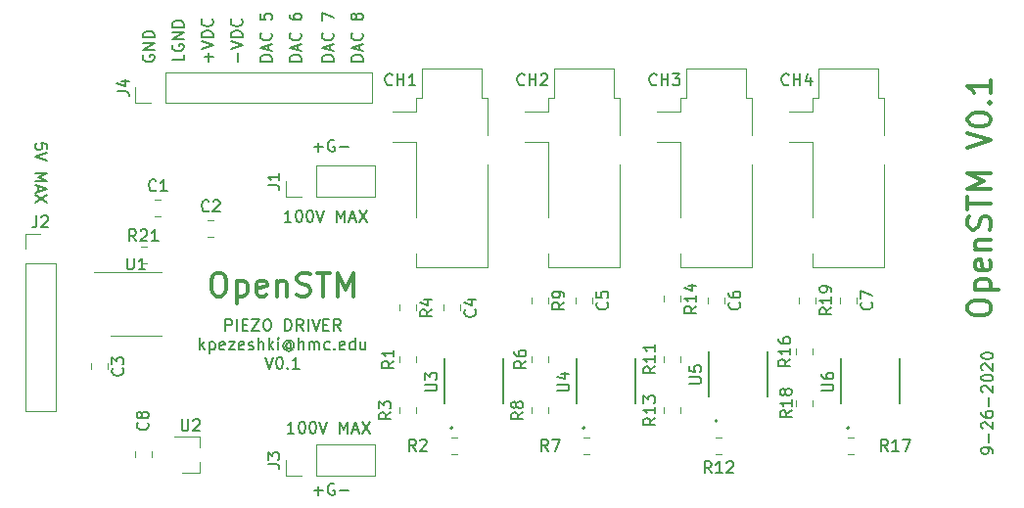
<source format=gbr>
%TF.GenerationSoftware,KiCad,Pcbnew,(5.1.6)-1*%
%TF.CreationDate,2020-09-27T21:03:48-07:00*%
%TF.ProjectId,piezodriver,7069657a-6f64-4726-9976-65722e6b6963,rev?*%
%TF.SameCoordinates,Original*%
%TF.FileFunction,Legend,Top*%
%TF.FilePolarity,Positive*%
%FSLAX46Y46*%
G04 Gerber Fmt 4.6, Leading zero omitted, Abs format (unit mm)*
G04 Created by KiCad (PCBNEW (5.1.6)-1) date 2020-09-27 21:03:48*
%MOMM*%
%LPD*%
G01*
G04 APERTURE LIST*
%ADD10C,0.150000*%
%ADD11C,0.300000*%
%ADD12C,0.120000*%
%ADD13C,0.200000*%
%ADD14C,0.127000*%
G04 APERTURE END LIST*
D10*
X256357380Y-86200714D02*
X256357380Y-86010238D01*
X256309761Y-85915000D01*
X256262142Y-85867380D01*
X256119285Y-85772142D01*
X255928809Y-85724523D01*
X255547857Y-85724523D01*
X255452619Y-85772142D01*
X255405000Y-85819761D01*
X255357380Y-85915000D01*
X255357380Y-86105476D01*
X255405000Y-86200714D01*
X255452619Y-86248333D01*
X255547857Y-86295952D01*
X255785952Y-86295952D01*
X255881190Y-86248333D01*
X255928809Y-86200714D01*
X255976428Y-86105476D01*
X255976428Y-85915000D01*
X255928809Y-85819761D01*
X255881190Y-85772142D01*
X255785952Y-85724523D01*
X255976428Y-85295952D02*
X255976428Y-84534047D01*
X255452619Y-84105476D02*
X255405000Y-84057857D01*
X255357380Y-83962619D01*
X255357380Y-83724523D01*
X255405000Y-83629285D01*
X255452619Y-83581666D01*
X255547857Y-83534047D01*
X255643095Y-83534047D01*
X255785952Y-83581666D01*
X256357380Y-84153095D01*
X256357380Y-83534047D01*
X255357380Y-82676904D02*
X255357380Y-82867380D01*
X255405000Y-82962619D01*
X255452619Y-83010238D01*
X255595476Y-83105476D01*
X255785952Y-83153095D01*
X256166904Y-83153095D01*
X256262142Y-83105476D01*
X256309761Y-83057857D01*
X256357380Y-82962619D01*
X256357380Y-82772142D01*
X256309761Y-82676904D01*
X256262142Y-82629285D01*
X256166904Y-82581666D01*
X255928809Y-82581666D01*
X255833571Y-82629285D01*
X255785952Y-82676904D01*
X255738333Y-82772142D01*
X255738333Y-82962619D01*
X255785952Y-83057857D01*
X255833571Y-83105476D01*
X255928809Y-83153095D01*
X255976428Y-82153095D02*
X255976428Y-81391190D01*
X255452619Y-80962619D02*
X255405000Y-80915000D01*
X255357380Y-80819761D01*
X255357380Y-80581666D01*
X255405000Y-80486428D01*
X255452619Y-80438809D01*
X255547857Y-80391190D01*
X255643095Y-80391190D01*
X255785952Y-80438809D01*
X256357380Y-81010238D01*
X256357380Y-80391190D01*
X255357380Y-79772142D02*
X255357380Y-79676904D01*
X255405000Y-79581666D01*
X255452619Y-79534047D01*
X255547857Y-79486428D01*
X255738333Y-79438809D01*
X255976428Y-79438809D01*
X256166904Y-79486428D01*
X256262142Y-79534047D01*
X256309761Y-79581666D01*
X256357380Y-79676904D01*
X256357380Y-79772142D01*
X256309761Y-79867380D01*
X256262142Y-79915000D01*
X256166904Y-79962619D01*
X255976428Y-80010238D01*
X255738333Y-80010238D01*
X255547857Y-79962619D01*
X255452619Y-79915000D01*
X255405000Y-79867380D01*
X255357380Y-79772142D01*
X255452619Y-79057857D02*
X255405000Y-79010238D01*
X255357380Y-78915000D01*
X255357380Y-78676904D01*
X255405000Y-78581666D01*
X255452619Y-78534047D01*
X255547857Y-78486428D01*
X255643095Y-78486428D01*
X255785952Y-78534047D01*
X256357380Y-79105476D01*
X256357380Y-78486428D01*
X255357380Y-77867380D02*
X255357380Y-77772142D01*
X255405000Y-77676904D01*
X255452619Y-77629285D01*
X255547857Y-77581666D01*
X255738333Y-77534047D01*
X255976428Y-77534047D01*
X256166904Y-77581666D01*
X256262142Y-77629285D01*
X256309761Y-77676904D01*
X256357380Y-77772142D01*
X256357380Y-77867380D01*
X256309761Y-77962619D01*
X256262142Y-78010238D01*
X256166904Y-78057857D01*
X255976428Y-78105476D01*
X255738333Y-78105476D01*
X255547857Y-78057857D01*
X255452619Y-78010238D01*
X255405000Y-77962619D01*
X255357380Y-77867380D01*
X197636000Y-89479428D02*
X198397904Y-89479428D01*
X198016952Y-89860380D02*
X198016952Y-89098476D01*
X199397904Y-88908000D02*
X199302666Y-88860380D01*
X199159809Y-88860380D01*
X199016952Y-88908000D01*
X198921714Y-89003238D01*
X198874095Y-89098476D01*
X198826476Y-89288952D01*
X198826476Y-89431809D01*
X198874095Y-89622285D01*
X198921714Y-89717523D01*
X199016952Y-89812761D01*
X199159809Y-89860380D01*
X199255047Y-89860380D01*
X199397904Y-89812761D01*
X199445523Y-89765142D01*
X199445523Y-89431809D01*
X199255047Y-89431809D01*
X199874095Y-89479428D02*
X200636000Y-89479428D01*
X197636000Y-59761428D02*
X198397904Y-59761428D01*
X198016952Y-60142380D02*
X198016952Y-59380476D01*
X199397904Y-59190000D02*
X199302666Y-59142380D01*
X199159809Y-59142380D01*
X199016952Y-59190000D01*
X198921714Y-59285238D01*
X198874095Y-59380476D01*
X198826476Y-59570952D01*
X198826476Y-59713809D01*
X198874095Y-59904285D01*
X198921714Y-59999523D01*
X199016952Y-60094761D01*
X199159809Y-60142380D01*
X199255047Y-60142380D01*
X199397904Y-60094761D01*
X199445523Y-60047142D01*
X199445523Y-59713809D01*
X199255047Y-59713809D01*
X199874095Y-59761428D02*
X200636000Y-59761428D01*
X238704523Y-54332142D02*
X238656904Y-54379761D01*
X238514047Y-54427380D01*
X238418809Y-54427380D01*
X238275952Y-54379761D01*
X238180714Y-54284523D01*
X238133095Y-54189285D01*
X238085476Y-53998809D01*
X238085476Y-53855952D01*
X238133095Y-53665476D01*
X238180714Y-53570238D01*
X238275952Y-53475000D01*
X238418809Y-53427380D01*
X238514047Y-53427380D01*
X238656904Y-53475000D01*
X238704523Y-53522619D01*
X239133095Y-54427380D02*
X239133095Y-53427380D01*
X239133095Y-53903571D02*
X239704523Y-53903571D01*
X239704523Y-54427380D02*
X239704523Y-53427380D01*
X240609285Y-53760714D02*
X240609285Y-54427380D01*
X240371190Y-53379761D02*
X240133095Y-54094047D01*
X240752142Y-54094047D01*
X227274523Y-54332142D02*
X227226904Y-54379761D01*
X227084047Y-54427380D01*
X226988809Y-54427380D01*
X226845952Y-54379761D01*
X226750714Y-54284523D01*
X226703095Y-54189285D01*
X226655476Y-53998809D01*
X226655476Y-53855952D01*
X226703095Y-53665476D01*
X226750714Y-53570238D01*
X226845952Y-53475000D01*
X226988809Y-53427380D01*
X227084047Y-53427380D01*
X227226904Y-53475000D01*
X227274523Y-53522619D01*
X227703095Y-54427380D02*
X227703095Y-53427380D01*
X227703095Y-53903571D02*
X228274523Y-53903571D01*
X228274523Y-54427380D02*
X228274523Y-53427380D01*
X228655476Y-53427380D02*
X229274523Y-53427380D01*
X228941190Y-53808333D01*
X229084047Y-53808333D01*
X229179285Y-53855952D01*
X229226904Y-53903571D01*
X229274523Y-53998809D01*
X229274523Y-54236904D01*
X229226904Y-54332142D01*
X229179285Y-54379761D01*
X229084047Y-54427380D01*
X228798333Y-54427380D01*
X228703095Y-54379761D01*
X228655476Y-54332142D01*
X215844523Y-54332142D02*
X215796904Y-54379761D01*
X215654047Y-54427380D01*
X215558809Y-54427380D01*
X215415952Y-54379761D01*
X215320714Y-54284523D01*
X215273095Y-54189285D01*
X215225476Y-53998809D01*
X215225476Y-53855952D01*
X215273095Y-53665476D01*
X215320714Y-53570238D01*
X215415952Y-53475000D01*
X215558809Y-53427380D01*
X215654047Y-53427380D01*
X215796904Y-53475000D01*
X215844523Y-53522619D01*
X216273095Y-54427380D02*
X216273095Y-53427380D01*
X216273095Y-53903571D02*
X216844523Y-53903571D01*
X216844523Y-54427380D02*
X216844523Y-53427380D01*
X217273095Y-53522619D02*
X217320714Y-53475000D01*
X217415952Y-53427380D01*
X217654047Y-53427380D01*
X217749285Y-53475000D01*
X217796904Y-53522619D01*
X217844523Y-53617857D01*
X217844523Y-53713095D01*
X217796904Y-53855952D01*
X217225476Y-54427380D01*
X217844523Y-54427380D01*
X204414523Y-54332142D02*
X204366904Y-54379761D01*
X204224047Y-54427380D01*
X204128809Y-54427380D01*
X203985952Y-54379761D01*
X203890714Y-54284523D01*
X203843095Y-54189285D01*
X203795476Y-53998809D01*
X203795476Y-53855952D01*
X203843095Y-53665476D01*
X203890714Y-53570238D01*
X203985952Y-53475000D01*
X204128809Y-53427380D01*
X204224047Y-53427380D01*
X204366904Y-53475000D01*
X204414523Y-53522619D01*
X204843095Y-54427380D02*
X204843095Y-53427380D01*
X204843095Y-53903571D02*
X205414523Y-53903571D01*
X205414523Y-54427380D02*
X205414523Y-53427380D01*
X206414523Y-54427380D02*
X205843095Y-54427380D01*
X206128809Y-54427380D02*
X206128809Y-53427380D01*
X206033571Y-53570238D01*
X205938333Y-53665476D01*
X205843095Y-53713095D01*
X201874380Y-52339619D02*
X200874380Y-52339619D01*
X200874380Y-52101523D01*
X200922000Y-51958666D01*
X201017238Y-51863428D01*
X201112476Y-51815809D01*
X201302952Y-51768190D01*
X201445809Y-51768190D01*
X201636285Y-51815809D01*
X201731523Y-51863428D01*
X201826761Y-51958666D01*
X201874380Y-52101523D01*
X201874380Y-52339619D01*
X201588666Y-51387238D02*
X201588666Y-50911047D01*
X201874380Y-51482476D02*
X200874380Y-51149142D01*
X201874380Y-50815809D01*
X201779142Y-49911047D02*
X201826761Y-49958666D01*
X201874380Y-50101523D01*
X201874380Y-50196761D01*
X201826761Y-50339619D01*
X201731523Y-50434857D01*
X201636285Y-50482476D01*
X201445809Y-50530095D01*
X201302952Y-50530095D01*
X201112476Y-50482476D01*
X201017238Y-50434857D01*
X200922000Y-50339619D01*
X200874380Y-50196761D01*
X200874380Y-50101523D01*
X200922000Y-49958666D01*
X200969619Y-49911047D01*
X201302952Y-48577714D02*
X201255333Y-48672952D01*
X201207714Y-48720571D01*
X201112476Y-48768190D01*
X201064857Y-48768190D01*
X200969619Y-48720571D01*
X200922000Y-48672952D01*
X200874380Y-48577714D01*
X200874380Y-48387238D01*
X200922000Y-48292000D01*
X200969619Y-48244380D01*
X201064857Y-48196761D01*
X201112476Y-48196761D01*
X201207714Y-48244380D01*
X201255333Y-48292000D01*
X201302952Y-48387238D01*
X201302952Y-48577714D01*
X201350571Y-48672952D01*
X201398190Y-48720571D01*
X201493428Y-48768190D01*
X201683904Y-48768190D01*
X201779142Y-48720571D01*
X201826761Y-48672952D01*
X201874380Y-48577714D01*
X201874380Y-48387238D01*
X201826761Y-48292000D01*
X201779142Y-48244380D01*
X201683904Y-48196761D01*
X201493428Y-48196761D01*
X201398190Y-48244380D01*
X201350571Y-48292000D01*
X201302952Y-48387238D01*
X199334380Y-52339619D02*
X198334380Y-52339619D01*
X198334380Y-52101523D01*
X198382000Y-51958666D01*
X198477238Y-51863428D01*
X198572476Y-51815809D01*
X198762952Y-51768190D01*
X198905809Y-51768190D01*
X199096285Y-51815809D01*
X199191523Y-51863428D01*
X199286761Y-51958666D01*
X199334380Y-52101523D01*
X199334380Y-52339619D01*
X199048666Y-51387238D02*
X199048666Y-50911047D01*
X199334380Y-51482476D02*
X198334380Y-51149142D01*
X199334380Y-50815809D01*
X199239142Y-49911047D02*
X199286761Y-49958666D01*
X199334380Y-50101523D01*
X199334380Y-50196761D01*
X199286761Y-50339619D01*
X199191523Y-50434857D01*
X199096285Y-50482476D01*
X198905809Y-50530095D01*
X198762952Y-50530095D01*
X198572476Y-50482476D01*
X198477238Y-50434857D01*
X198382000Y-50339619D01*
X198334380Y-50196761D01*
X198334380Y-50101523D01*
X198382000Y-49958666D01*
X198429619Y-49911047D01*
X198334380Y-48815809D02*
X198334380Y-48149142D01*
X199334380Y-48577714D01*
X196540380Y-52339619D02*
X195540380Y-52339619D01*
X195540380Y-52101523D01*
X195588000Y-51958666D01*
X195683238Y-51863428D01*
X195778476Y-51815809D01*
X195968952Y-51768190D01*
X196111809Y-51768190D01*
X196302285Y-51815809D01*
X196397523Y-51863428D01*
X196492761Y-51958666D01*
X196540380Y-52101523D01*
X196540380Y-52339619D01*
X196254666Y-51387238D02*
X196254666Y-50911047D01*
X196540380Y-51482476D02*
X195540380Y-51149142D01*
X196540380Y-50815809D01*
X196445142Y-49911047D02*
X196492761Y-49958666D01*
X196540380Y-50101523D01*
X196540380Y-50196761D01*
X196492761Y-50339619D01*
X196397523Y-50434857D01*
X196302285Y-50482476D01*
X196111809Y-50530095D01*
X195968952Y-50530095D01*
X195778476Y-50482476D01*
X195683238Y-50434857D01*
X195588000Y-50339619D01*
X195540380Y-50196761D01*
X195540380Y-50101523D01*
X195588000Y-49958666D01*
X195635619Y-49911047D01*
X195540380Y-48292000D02*
X195540380Y-48482476D01*
X195588000Y-48577714D01*
X195635619Y-48625333D01*
X195778476Y-48720571D01*
X195968952Y-48768190D01*
X196349904Y-48768190D01*
X196445142Y-48720571D01*
X196492761Y-48672952D01*
X196540380Y-48577714D01*
X196540380Y-48387238D01*
X196492761Y-48292000D01*
X196445142Y-48244380D01*
X196349904Y-48196761D01*
X196111809Y-48196761D01*
X196016571Y-48244380D01*
X195968952Y-48292000D01*
X195921333Y-48387238D01*
X195921333Y-48577714D01*
X195968952Y-48672952D01*
X196016571Y-48720571D01*
X196111809Y-48768190D01*
X194000380Y-52339619D02*
X193000380Y-52339619D01*
X193000380Y-52101523D01*
X193048000Y-51958666D01*
X193143238Y-51863428D01*
X193238476Y-51815809D01*
X193428952Y-51768190D01*
X193571809Y-51768190D01*
X193762285Y-51815809D01*
X193857523Y-51863428D01*
X193952761Y-51958666D01*
X194000380Y-52101523D01*
X194000380Y-52339619D01*
X193714666Y-51387238D02*
X193714666Y-50911047D01*
X194000380Y-51482476D02*
X193000380Y-51149142D01*
X194000380Y-50815809D01*
X193905142Y-49911047D02*
X193952761Y-49958666D01*
X194000380Y-50101523D01*
X194000380Y-50196761D01*
X193952761Y-50339619D01*
X193857523Y-50434857D01*
X193762285Y-50482476D01*
X193571809Y-50530095D01*
X193428952Y-50530095D01*
X193238476Y-50482476D01*
X193143238Y-50434857D01*
X193048000Y-50339619D01*
X193000380Y-50196761D01*
X193000380Y-50101523D01*
X193048000Y-49958666D01*
X193095619Y-49911047D01*
X193000380Y-48244380D02*
X193000380Y-48720571D01*
X193476571Y-48768190D01*
X193428952Y-48720571D01*
X193381333Y-48625333D01*
X193381333Y-48387238D01*
X193428952Y-48292000D01*
X193476571Y-48244380D01*
X193571809Y-48196761D01*
X193809904Y-48196761D01*
X193905142Y-48244380D01*
X193952761Y-48292000D01*
X194000380Y-48387238D01*
X194000380Y-48625333D01*
X193952761Y-48720571D01*
X193905142Y-48768190D01*
X191079428Y-52355523D02*
X191079428Y-51593619D01*
X190460380Y-51260285D02*
X191460380Y-50926952D01*
X190460380Y-50593619D01*
X191460380Y-50260285D02*
X190460380Y-50260285D01*
X190460380Y-50022190D01*
X190508000Y-49879333D01*
X190603238Y-49784095D01*
X190698476Y-49736476D01*
X190888952Y-49688857D01*
X191031809Y-49688857D01*
X191222285Y-49736476D01*
X191317523Y-49784095D01*
X191412761Y-49879333D01*
X191460380Y-50022190D01*
X191460380Y-50260285D01*
X191365142Y-48688857D02*
X191412761Y-48736476D01*
X191460380Y-48879333D01*
X191460380Y-48974571D01*
X191412761Y-49117428D01*
X191317523Y-49212666D01*
X191222285Y-49260285D01*
X191031809Y-49307904D01*
X190888952Y-49307904D01*
X190698476Y-49260285D01*
X190603238Y-49212666D01*
X190508000Y-49117428D01*
X190460380Y-48974571D01*
X190460380Y-48879333D01*
X190508000Y-48736476D01*
X190555619Y-48688857D01*
X188539428Y-52355523D02*
X188539428Y-51593619D01*
X188920380Y-51974571D02*
X188158476Y-51974571D01*
X187920380Y-51260285D02*
X188920380Y-50926952D01*
X187920380Y-50593619D01*
X188920380Y-50260285D02*
X187920380Y-50260285D01*
X187920380Y-50022190D01*
X187968000Y-49879333D01*
X188063238Y-49784095D01*
X188158476Y-49736476D01*
X188348952Y-49688857D01*
X188491809Y-49688857D01*
X188682285Y-49736476D01*
X188777523Y-49784095D01*
X188872761Y-49879333D01*
X188920380Y-50022190D01*
X188920380Y-50260285D01*
X188825142Y-48688857D02*
X188872761Y-48736476D01*
X188920380Y-48879333D01*
X188920380Y-48974571D01*
X188872761Y-49117428D01*
X188777523Y-49212666D01*
X188682285Y-49260285D01*
X188491809Y-49307904D01*
X188348952Y-49307904D01*
X188158476Y-49260285D01*
X188063238Y-49212666D01*
X187968000Y-49117428D01*
X187920380Y-48974571D01*
X187920380Y-48879333D01*
X187968000Y-48736476D01*
X188015619Y-48688857D01*
X186380380Y-51760285D02*
X186380380Y-52236476D01*
X185380380Y-52236476D01*
X185428000Y-50903142D02*
X185380380Y-50998380D01*
X185380380Y-51141238D01*
X185428000Y-51284095D01*
X185523238Y-51379333D01*
X185618476Y-51426952D01*
X185808952Y-51474571D01*
X185951809Y-51474571D01*
X186142285Y-51426952D01*
X186237523Y-51379333D01*
X186332761Y-51284095D01*
X186380380Y-51141238D01*
X186380380Y-51046000D01*
X186332761Y-50903142D01*
X186285142Y-50855523D01*
X185951809Y-50855523D01*
X185951809Y-51046000D01*
X186380380Y-50426952D02*
X185380380Y-50426952D01*
X186380380Y-49855523D01*
X185380380Y-49855523D01*
X186380380Y-49379333D02*
X185380380Y-49379333D01*
X185380380Y-49141238D01*
X185428000Y-48998380D01*
X185523238Y-48903142D01*
X185618476Y-48855523D01*
X185808952Y-48807904D01*
X185951809Y-48807904D01*
X186142285Y-48855523D01*
X186237523Y-48903142D01*
X186332761Y-48998380D01*
X186380380Y-49141238D01*
X186380380Y-49379333D01*
X182888000Y-51815904D02*
X182840380Y-51911142D01*
X182840380Y-52054000D01*
X182888000Y-52196857D01*
X182983238Y-52292095D01*
X183078476Y-52339714D01*
X183268952Y-52387333D01*
X183411809Y-52387333D01*
X183602285Y-52339714D01*
X183697523Y-52292095D01*
X183792761Y-52196857D01*
X183840380Y-52054000D01*
X183840380Y-51958761D01*
X183792761Y-51815904D01*
X183745142Y-51768285D01*
X183411809Y-51768285D01*
X183411809Y-51958761D01*
X183840380Y-51339714D02*
X182840380Y-51339714D01*
X183840380Y-50768285D01*
X182840380Y-50768285D01*
X183840380Y-50292095D02*
X182840380Y-50292095D01*
X182840380Y-50054000D01*
X182888000Y-49911142D01*
X182983238Y-49815904D01*
X183078476Y-49768285D01*
X183268952Y-49720666D01*
X183411809Y-49720666D01*
X183602285Y-49768285D01*
X183697523Y-49815904D01*
X183792761Y-49911142D01*
X183840380Y-50054000D01*
X183840380Y-50292095D01*
X174537619Y-59928380D02*
X174537619Y-59452190D01*
X174061428Y-59404571D01*
X174109047Y-59452190D01*
X174156666Y-59547428D01*
X174156666Y-59785523D01*
X174109047Y-59880761D01*
X174061428Y-59928380D01*
X173966190Y-59976000D01*
X173728095Y-59976000D01*
X173632857Y-59928380D01*
X173585238Y-59880761D01*
X173537619Y-59785523D01*
X173537619Y-59547428D01*
X173585238Y-59452190D01*
X173632857Y-59404571D01*
X174537619Y-60261714D02*
X173537619Y-60595047D01*
X174537619Y-60928380D01*
X173537619Y-62023619D02*
X174537619Y-62023619D01*
X173823333Y-62356952D01*
X174537619Y-62690285D01*
X173537619Y-62690285D01*
X173823333Y-63118857D02*
X173823333Y-63595047D01*
X173537619Y-63023619D02*
X174537619Y-63356952D01*
X173537619Y-63690285D01*
X174537619Y-63928380D02*
X173537619Y-64595047D01*
X174537619Y-64595047D02*
X173537619Y-63928380D01*
X195929619Y-84526380D02*
X195358190Y-84526380D01*
X195643904Y-84526380D02*
X195643904Y-83526380D01*
X195548666Y-83669238D01*
X195453428Y-83764476D01*
X195358190Y-83812095D01*
X196548666Y-83526380D02*
X196643904Y-83526380D01*
X196739142Y-83574000D01*
X196786761Y-83621619D01*
X196834380Y-83716857D01*
X196882000Y-83907333D01*
X196882000Y-84145428D01*
X196834380Y-84335904D01*
X196786761Y-84431142D01*
X196739142Y-84478761D01*
X196643904Y-84526380D01*
X196548666Y-84526380D01*
X196453428Y-84478761D01*
X196405809Y-84431142D01*
X196358190Y-84335904D01*
X196310571Y-84145428D01*
X196310571Y-83907333D01*
X196358190Y-83716857D01*
X196405809Y-83621619D01*
X196453428Y-83574000D01*
X196548666Y-83526380D01*
X197501047Y-83526380D02*
X197596285Y-83526380D01*
X197691523Y-83574000D01*
X197739142Y-83621619D01*
X197786761Y-83716857D01*
X197834380Y-83907333D01*
X197834380Y-84145428D01*
X197786761Y-84335904D01*
X197739142Y-84431142D01*
X197691523Y-84478761D01*
X197596285Y-84526380D01*
X197501047Y-84526380D01*
X197405809Y-84478761D01*
X197358190Y-84431142D01*
X197310571Y-84335904D01*
X197262952Y-84145428D01*
X197262952Y-83907333D01*
X197310571Y-83716857D01*
X197358190Y-83621619D01*
X197405809Y-83574000D01*
X197501047Y-83526380D01*
X198120095Y-83526380D02*
X198453428Y-84526380D01*
X198786761Y-83526380D01*
X199882000Y-84526380D02*
X199882000Y-83526380D01*
X200215333Y-84240666D01*
X200548666Y-83526380D01*
X200548666Y-84526380D01*
X200977238Y-84240666D02*
X201453428Y-84240666D01*
X200882000Y-84526380D02*
X201215333Y-83526380D01*
X201548666Y-84526380D01*
X201786761Y-83526380D02*
X202453428Y-84526380D01*
X202453428Y-83526380D02*
X201786761Y-84526380D01*
X195675619Y-66238380D02*
X195104190Y-66238380D01*
X195389904Y-66238380D02*
X195389904Y-65238380D01*
X195294666Y-65381238D01*
X195199428Y-65476476D01*
X195104190Y-65524095D01*
X196294666Y-65238380D02*
X196389904Y-65238380D01*
X196485142Y-65286000D01*
X196532761Y-65333619D01*
X196580380Y-65428857D01*
X196628000Y-65619333D01*
X196628000Y-65857428D01*
X196580380Y-66047904D01*
X196532761Y-66143142D01*
X196485142Y-66190761D01*
X196389904Y-66238380D01*
X196294666Y-66238380D01*
X196199428Y-66190761D01*
X196151809Y-66143142D01*
X196104190Y-66047904D01*
X196056571Y-65857428D01*
X196056571Y-65619333D01*
X196104190Y-65428857D01*
X196151809Y-65333619D01*
X196199428Y-65286000D01*
X196294666Y-65238380D01*
X197247047Y-65238380D02*
X197342285Y-65238380D01*
X197437523Y-65286000D01*
X197485142Y-65333619D01*
X197532761Y-65428857D01*
X197580380Y-65619333D01*
X197580380Y-65857428D01*
X197532761Y-66047904D01*
X197485142Y-66143142D01*
X197437523Y-66190761D01*
X197342285Y-66238380D01*
X197247047Y-66238380D01*
X197151809Y-66190761D01*
X197104190Y-66143142D01*
X197056571Y-66047904D01*
X197008952Y-65857428D01*
X197008952Y-65619333D01*
X197056571Y-65428857D01*
X197104190Y-65333619D01*
X197151809Y-65286000D01*
X197247047Y-65238380D01*
X197866095Y-65238380D02*
X198199428Y-66238380D01*
X198532761Y-65238380D01*
X199628000Y-66238380D02*
X199628000Y-65238380D01*
X199961333Y-65952666D01*
X200294666Y-65238380D01*
X200294666Y-66238380D01*
X200723238Y-65952666D02*
X201199428Y-65952666D01*
X200628000Y-66238380D02*
X200961333Y-65238380D01*
X201294666Y-66238380D01*
X201532761Y-65238380D02*
X202199428Y-66238380D01*
X202199428Y-65238380D02*
X201532761Y-66238380D01*
D11*
X254174761Y-73849285D02*
X254174761Y-73468333D01*
X254270000Y-73277857D01*
X254460476Y-73087380D01*
X254841428Y-72992142D01*
X255508095Y-72992142D01*
X255889047Y-73087380D01*
X256079523Y-73277857D01*
X256174761Y-73468333D01*
X256174761Y-73849285D01*
X256079523Y-74039761D01*
X255889047Y-74230238D01*
X255508095Y-74325476D01*
X254841428Y-74325476D01*
X254460476Y-74230238D01*
X254270000Y-74039761D01*
X254174761Y-73849285D01*
X254841428Y-72135000D02*
X256841428Y-72135000D01*
X254936666Y-72135000D02*
X254841428Y-71944523D01*
X254841428Y-71563571D01*
X254936666Y-71373095D01*
X255031904Y-71277857D01*
X255222380Y-71182619D01*
X255793809Y-71182619D01*
X255984285Y-71277857D01*
X256079523Y-71373095D01*
X256174761Y-71563571D01*
X256174761Y-71944523D01*
X256079523Y-72135000D01*
X256079523Y-69563571D02*
X256174761Y-69754047D01*
X256174761Y-70135000D01*
X256079523Y-70325476D01*
X255889047Y-70420714D01*
X255127142Y-70420714D01*
X254936666Y-70325476D01*
X254841428Y-70135000D01*
X254841428Y-69754047D01*
X254936666Y-69563571D01*
X255127142Y-69468333D01*
X255317619Y-69468333D01*
X255508095Y-70420714D01*
X254841428Y-68611190D02*
X256174761Y-68611190D01*
X255031904Y-68611190D02*
X254936666Y-68515952D01*
X254841428Y-68325476D01*
X254841428Y-68039761D01*
X254936666Y-67849285D01*
X255127142Y-67754047D01*
X256174761Y-67754047D01*
X256079523Y-66896904D02*
X256174761Y-66611190D01*
X256174761Y-66135000D01*
X256079523Y-65944523D01*
X255984285Y-65849285D01*
X255793809Y-65754047D01*
X255603333Y-65754047D01*
X255412857Y-65849285D01*
X255317619Y-65944523D01*
X255222380Y-66135000D01*
X255127142Y-66515952D01*
X255031904Y-66706428D01*
X254936666Y-66801666D01*
X254746190Y-66896904D01*
X254555714Y-66896904D01*
X254365238Y-66801666D01*
X254270000Y-66706428D01*
X254174761Y-66515952D01*
X254174761Y-66039761D01*
X254270000Y-65754047D01*
X254174761Y-65182619D02*
X254174761Y-64039761D01*
X256174761Y-64611190D02*
X254174761Y-64611190D01*
X256174761Y-63373095D02*
X254174761Y-63373095D01*
X255603333Y-62706428D01*
X254174761Y-62039761D01*
X256174761Y-62039761D01*
X254174761Y-59849285D02*
X256174761Y-59182619D01*
X254174761Y-58515952D01*
X254174761Y-57468333D02*
X254174761Y-57277857D01*
X254270000Y-57087380D01*
X254365238Y-56992142D01*
X254555714Y-56896904D01*
X254936666Y-56801666D01*
X255412857Y-56801666D01*
X255793809Y-56896904D01*
X255984285Y-56992142D01*
X256079523Y-57087380D01*
X256174761Y-57277857D01*
X256174761Y-57468333D01*
X256079523Y-57658809D01*
X255984285Y-57754047D01*
X255793809Y-57849285D01*
X255412857Y-57944523D01*
X254936666Y-57944523D01*
X254555714Y-57849285D01*
X254365238Y-57754047D01*
X254270000Y-57658809D01*
X254174761Y-57468333D01*
X255984285Y-55944523D02*
X256079523Y-55849285D01*
X256174761Y-55944523D01*
X256079523Y-56039761D01*
X255984285Y-55944523D01*
X256174761Y-55944523D01*
X256174761Y-53944523D02*
X256174761Y-55087380D01*
X256174761Y-54515952D02*
X254174761Y-54515952D01*
X254460476Y-54706428D01*
X254650952Y-54896904D01*
X254746190Y-55087380D01*
X189230714Y-70659761D02*
X189611666Y-70659761D01*
X189802142Y-70755000D01*
X189992619Y-70945476D01*
X190087857Y-71326428D01*
X190087857Y-71993095D01*
X189992619Y-72374047D01*
X189802142Y-72564523D01*
X189611666Y-72659761D01*
X189230714Y-72659761D01*
X189040238Y-72564523D01*
X188849761Y-72374047D01*
X188754523Y-71993095D01*
X188754523Y-71326428D01*
X188849761Y-70945476D01*
X189040238Y-70755000D01*
X189230714Y-70659761D01*
X190945000Y-71326428D02*
X190945000Y-73326428D01*
X190945000Y-71421666D02*
X191135476Y-71326428D01*
X191516428Y-71326428D01*
X191706904Y-71421666D01*
X191802142Y-71516904D01*
X191897380Y-71707380D01*
X191897380Y-72278809D01*
X191802142Y-72469285D01*
X191706904Y-72564523D01*
X191516428Y-72659761D01*
X191135476Y-72659761D01*
X190945000Y-72564523D01*
X193516428Y-72564523D02*
X193325952Y-72659761D01*
X192945000Y-72659761D01*
X192754523Y-72564523D01*
X192659285Y-72374047D01*
X192659285Y-71612142D01*
X192754523Y-71421666D01*
X192945000Y-71326428D01*
X193325952Y-71326428D01*
X193516428Y-71421666D01*
X193611666Y-71612142D01*
X193611666Y-71802619D01*
X192659285Y-71993095D01*
X194468809Y-71326428D02*
X194468809Y-72659761D01*
X194468809Y-71516904D02*
X194564047Y-71421666D01*
X194754523Y-71326428D01*
X195040238Y-71326428D01*
X195230714Y-71421666D01*
X195325952Y-71612142D01*
X195325952Y-72659761D01*
X196183095Y-72564523D02*
X196468809Y-72659761D01*
X196945000Y-72659761D01*
X197135476Y-72564523D01*
X197230714Y-72469285D01*
X197325952Y-72278809D01*
X197325952Y-72088333D01*
X197230714Y-71897857D01*
X197135476Y-71802619D01*
X196945000Y-71707380D01*
X196564047Y-71612142D01*
X196373571Y-71516904D01*
X196278333Y-71421666D01*
X196183095Y-71231190D01*
X196183095Y-71040714D01*
X196278333Y-70850238D01*
X196373571Y-70755000D01*
X196564047Y-70659761D01*
X197040238Y-70659761D01*
X197325952Y-70755000D01*
X197897380Y-70659761D02*
X199040238Y-70659761D01*
X198468809Y-72659761D02*
X198468809Y-70659761D01*
X199706904Y-72659761D02*
X199706904Y-70659761D01*
X200373571Y-72088333D01*
X201040238Y-70659761D01*
X201040238Y-72659761D01*
D10*
X189992619Y-75637380D02*
X189992619Y-74637380D01*
X190373571Y-74637380D01*
X190468809Y-74685000D01*
X190516428Y-74732619D01*
X190564047Y-74827857D01*
X190564047Y-74970714D01*
X190516428Y-75065952D01*
X190468809Y-75113571D01*
X190373571Y-75161190D01*
X189992619Y-75161190D01*
X190992619Y-75637380D02*
X190992619Y-74637380D01*
X191468809Y-75113571D02*
X191802142Y-75113571D01*
X191945000Y-75637380D02*
X191468809Y-75637380D01*
X191468809Y-74637380D01*
X191945000Y-74637380D01*
X192278333Y-74637380D02*
X192945000Y-74637380D01*
X192278333Y-75637380D01*
X192945000Y-75637380D01*
X193516428Y-74637380D02*
X193706904Y-74637380D01*
X193802142Y-74685000D01*
X193897380Y-74780238D01*
X193945000Y-74970714D01*
X193945000Y-75304047D01*
X193897380Y-75494523D01*
X193802142Y-75589761D01*
X193706904Y-75637380D01*
X193516428Y-75637380D01*
X193421190Y-75589761D01*
X193325952Y-75494523D01*
X193278333Y-75304047D01*
X193278333Y-74970714D01*
X193325952Y-74780238D01*
X193421190Y-74685000D01*
X193516428Y-74637380D01*
X195135476Y-75637380D02*
X195135476Y-74637380D01*
X195373571Y-74637380D01*
X195516428Y-74685000D01*
X195611666Y-74780238D01*
X195659285Y-74875476D01*
X195706904Y-75065952D01*
X195706904Y-75208809D01*
X195659285Y-75399285D01*
X195611666Y-75494523D01*
X195516428Y-75589761D01*
X195373571Y-75637380D01*
X195135476Y-75637380D01*
X196706904Y-75637380D02*
X196373571Y-75161190D01*
X196135476Y-75637380D02*
X196135476Y-74637380D01*
X196516428Y-74637380D01*
X196611666Y-74685000D01*
X196659285Y-74732619D01*
X196706904Y-74827857D01*
X196706904Y-74970714D01*
X196659285Y-75065952D01*
X196611666Y-75113571D01*
X196516428Y-75161190D01*
X196135476Y-75161190D01*
X197135476Y-75637380D02*
X197135476Y-74637380D01*
X197468809Y-74637380D02*
X197802142Y-75637380D01*
X198135476Y-74637380D01*
X198468809Y-75113571D02*
X198802142Y-75113571D01*
X198945000Y-75637380D02*
X198468809Y-75637380D01*
X198468809Y-74637380D01*
X198945000Y-74637380D01*
X199945000Y-75637380D02*
X199611666Y-75161190D01*
X199373571Y-75637380D02*
X199373571Y-74637380D01*
X199754523Y-74637380D01*
X199849761Y-74685000D01*
X199897380Y-74732619D01*
X199945000Y-74827857D01*
X199945000Y-74970714D01*
X199897380Y-75065952D01*
X199849761Y-75113571D01*
X199754523Y-75161190D01*
X199373571Y-75161190D01*
X187802142Y-77287380D02*
X187802142Y-76287380D01*
X187897380Y-76906428D02*
X188183095Y-77287380D01*
X188183095Y-76620714D02*
X187802142Y-77001666D01*
X188611666Y-76620714D02*
X188611666Y-77620714D01*
X188611666Y-76668333D02*
X188706904Y-76620714D01*
X188897380Y-76620714D01*
X188992619Y-76668333D01*
X189040238Y-76715952D01*
X189087857Y-76811190D01*
X189087857Y-77096904D01*
X189040238Y-77192142D01*
X188992619Y-77239761D01*
X188897380Y-77287380D01*
X188706904Y-77287380D01*
X188611666Y-77239761D01*
X189897380Y-77239761D02*
X189802142Y-77287380D01*
X189611666Y-77287380D01*
X189516428Y-77239761D01*
X189468809Y-77144523D01*
X189468809Y-76763571D01*
X189516428Y-76668333D01*
X189611666Y-76620714D01*
X189802142Y-76620714D01*
X189897380Y-76668333D01*
X189945000Y-76763571D01*
X189945000Y-76858809D01*
X189468809Y-76954047D01*
X190278333Y-76620714D02*
X190802142Y-76620714D01*
X190278333Y-77287380D01*
X190802142Y-77287380D01*
X191564047Y-77239761D02*
X191468809Y-77287380D01*
X191278333Y-77287380D01*
X191183095Y-77239761D01*
X191135476Y-77144523D01*
X191135476Y-76763571D01*
X191183095Y-76668333D01*
X191278333Y-76620714D01*
X191468809Y-76620714D01*
X191564047Y-76668333D01*
X191611666Y-76763571D01*
X191611666Y-76858809D01*
X191135476Y-76954047D01*
X191992619Y-77239761D02*
X192087857Y-77287380D01*
X192278333Y-77287380D01*
X192373571Y-77239761D01*
X192421190Y-77144523D01*
X192421190Y-77096904D01*
X192373571Y-77001666D01*
X192278333Y-76954047D01*
X192135476Y-76954047D01*
X192040238Y-76906428D01*
X191992619Y-76811190D01*
X191992619Y-76763571D01*
X192040238Y-76668333D01*
X192135476Y-76620714D01*
X192278333Y-76620714D01*
X192373571Y-76668333D01*
X192849761Y-77287380D02*
X192849761Y-76287380D01*
X193278333Y-77287380D02*
X193278333Y-76763571D01*
X193230714Y-76668333D01*
X193135476Y-76620714D01*
X192992619Y-76620714D01*
X192897380Y-76668333D01*
X192849761Y-76715952D01*
X193754523Y-77287380D02*
X193754523Y-76287380D01*
X193849761Y-76906428D02*
X194135476Y-77287380D01*
X194135476Y-76620714D02*
X193754523Y-77001666D01*
X194564047Y-77287380D02*
X194564047Y-76620714D01*
X194564047Y-76287380D02*
X194516428Y-76335000D01*
X194564047Y-76382619D01*
X194611666Y-76335000D01*
X194564047Y-76287380D01*
X194564047Y-76382619D01*
X195659285Y-76811190D02*
X195611666Y-76763571D01*
X195516428Y-76715952D01*
X195421190Y-76715952D01*
X195325952Y-76763571D01*
X195278333Y-76811190D01*
X195230714Y-76906428D01*
X195230714Y-77001666D01*
X195278333Y-77096904D01*
X195325952Y-77144523D01*
X195421190Y-77192142D01*
X195516428Y-77192142D01*
X195611666Y-77144523D01*
X195659285Y-77096904D01*
X195659285Y-76715952D02*
X195659285Y-77096904D01*
X195706904Y-77144523D01*
X195754523Y-77144523D01*
X195849761Y-77096904D01*
X195897380Y-77001666D01*
X195897380Y-76763571D01*
X195802142Y-76620714D01*
X195659285Y-76525476D01*
X195468809Y-76477857D01*
X195278333Y-76525476D01*
X195135476Y-76620714D01*
X195040238Y-76763571D01*
X194992619Y-76954047D01*
X195040238Y-77144523D01*
X195135476Y-77287380D01*
X195278333Y-77382619D01*
X195468809Y-77430238D01*
X195659285Y-77382619D01*
X195802142Y-77287380D01*
X196325952Y-77287380D02*
X196325952Y-76287380D01*
X196754523Y-77287380D02*
X196754523Y-76763571D01*
X196706904Y-76668333D01*
X196611666Y-76620714D01*
X196468809Y-76620714D01*
X196373571Y-76668333D01*
X196325952Y-76715952D01*
X197230714Y-77287380D02*
X197230714Y-76620714D01*
X197230714Y-76715952D02*
X197278333Y-76668333D01*
X197373571Y-76620714D01*
X197516428Y-76620714D01*
X197611666Y-76668333D01*
X197659285Y-76763571D01*
X197659285Y-77287380D01*
X197659285Y-76763571D02*
X197706904Y-76668333D01*
X197802142Y-76620714D01*
X197945000Y-76620714D01*
X198040238Y-76668333D01*
X198087857Y-76763571D01*
X198087857Y-77287380D01*
X198992619Y-77239761D02*
X198897380Y-77287380D01*
X198706904Y-77287380D01*
X198611666Y-77239761D01*
X198564047Y-77192142D01*
X198516428Y-77096904D01*
X198516428Y-76811190D01*
X198564047Y-76715952D01*
X198611666Y-76668333D01*
X198706904Y-76620714D01*
X198897380Y-76620714D01*
X198992619Y-76668333D01*
X199421190Y-77192142D02*
X199468809Y-77239761D01*
X199421190Y-77287380D01*
X199373571Y-77239761D01*
X199421190Y-77192142D01*
X199421190Y-77287380D01*
X200278333Y-77239761D02*
X200183095Y-77287380D01*
X199992619Y-77287380D01*
X199897380Y-77239761D01*
X199849761Y-77144523D01*
X199849761Y-76763571D01*
X199897380Y-76668333D01*
X199992619Y-76620714D01*
X200183095Y-76620714D01*
X200278333Y-76668333D01*
X200325952Y-76763571D01*
X200325952Y-76858809D01*
X199849761Y-76954047D01*
X201183095Y-77287380D02*
X201183095Y-76287380D01*
X201183095Y-77239761D02*
X201087857Y-77287380D01*
X200897380Y-77287380D01*
X200802142Y-77239761D01*
X200754523Y-77192142D01*
X200706904Y-77096904D01*
X200706904Y-76811190D01*
X200754523Y-76715952D01*
X200802142Y-76668333D01*
X200897380Y-76620714D01*
X201087857Y-76620714D01*
X201183095Y-76668333D01*
X202087857Y-76620714D02*
X202087857Y-77287380D01*
X201659285Y-76620714D02*
X201659285Y-77144523D01*
X201706904Y-77239761D01*
X201802142Y-77287380D01*
X201945000Y-77287380D01*
X202040238Y-77239761D01*
X202087857Y-77192142D01*
X193421190Y-77937380D02*
X193754523Y-78937380D01*
X194087857Y-77937380D01*
X194611666Y-77937380D02*
X194706904Y-77937380D01*
X194802142Y-77985000D01*
X194849761Y-78032619D01*
X194897380Y-78127857D01*
X194945000Y-78318333D01*
X194945000Y-78556428D01*
X194897380Y-78746904D01*
X194849761Y-78842142D01*
X194802142Y-78889761D01*
X194706904Y-78937380D01*
X194611666Y-78937380D01*
X194516428Y-78889761D01*
X194468809Y-78842142D01*
X194421190Y-78746904D01*
X194373571Y-78556428D01*
X194373571Y-78318333D01*
X194421190Y-78127857D01*
X194468809Y-78032619D01*
X194516428Y-77985000D01*
X194611666Y-77937380D01*
X195373571Y-78842142D02*
X195421190Y-78889761D01*
X195373571Y-78937380D01*
X195325952Y-78889761D01*
X195373571Y-78842142D01*
X195373571Y-78937380D01*
X196373571Y-78937380D02*
X195802142Y-78937380D01*
X196087857Y-78937380D02*
X196087857Y-77937380D01*
X195992619Y-78080238D01*
X195897380Y-78175476D01*
X195802142Y-78223095D01*
D12*
%TO.C,R2*%
X209533748Y-84888000D02*
X210056252Y-84888000D01*
X209533748Y-86308000D02*
X210056252Y-86308000D01*
%TO.C,U1*%
X182247620Y-70615000D02*
X178647620Y-70615000D01*
X182247620Y-70615000D02*
X184447620Y-70615000D01*
X182247620Y-76085000D02*
X180047620Y-76085000D01*
X182247620Y-76085000D02*
X184447620Y-76085000D01*
%TO.C,U2*%
X187720000Y-87940000D02*
X186260000Y-87940000D01*
X187720000Y-84780000D02*
X185560000Y-84780000D01*
X187720000Y-84780000D02*
X187720000Y-85710000D01*
X187720000Y-87940000D02*
X187720000Y-87010000D01*
%TO.C,R21*%
X182644148Y-69798000D02*
X183166652Y-69798000D01*
X182644148Y-68378000D02*
X183166652Y-68378000D01*
%TO.C,C8*%
X183590000Y-86621252D02*
X183590000Y-86098748D01*
X182170000Y-86621252D02*
X182170000Y-86098748D01*
%TO.C,J2*%
X172660000Y-67250000D02*
X173990000Y-67250000D01*
X172660000Y-68580000D02*
X172660000Y-67250000D01*
X172660000Y-69850000D02*
X175320000Y-69850000D01*
X175320000Y-69850000D02*
X175320000Y-82610000D01*
X172660000Y-69850000D02*
X172660000Y-82610000D01*
X172660000Y-82610000D02*
X175320000Y-82610000D01*
%TO.C,J8*%
X206450000Y-59295000D02*
X204450000Y-59295000D01*
X206450000Y-56695000D02*
X204450000Y-56695000D01*
X206450000Y-65795000D02*
X206450000Y-59295000D01*
X206450000Y-70195000D02*
X206450000Y-68995000D01*
X212650000Y-70195000D02*
X206450000Y-70195000D01*
X212650000Y-61295000D02*
X212650000Y-70195000D01*
X212650000Y-55495000D02*
X212650000Y-58695000D01*
X212150000Y-55495000D02*
X212650000Y-55495000D01*
X212150000Y-52995000D02*
X212150000Y-55495000D01*
X206950000Y-52995000D02*
X212150000Y-52995000D01*
X206950000Y-55495000D02*
X206950000Y-52995000D01*
X206450000Y-55495000D02*
X206950000Y-55495000D01*
X206450000Y-56695000D02*
X206450000Y-55495000D01*
%TO.C,J7*%
X240740000Y-59295000D02*
X238740000Y-59295000D01*
X240740000Y-56695000D02*
X238740000Y-56695000D01*
X240740000Y-65795000D02*
X240740000Y-59295000D01*
X240740000Y-70195000D02*
X240740000Y-68995000D01*
X246940000Y-70195000D02*
X240740000Y-70195000D01*
X246940000Y-61295000D02*
X246940000Y-70195000D01*
X246940000Y-55495000D02*
X246940000Y-58695000D01*
X246440000Y-55495000D02*
X246940000Y-55495000D01*
X246440000Y-52995000D02*
X246440000Y-55495000D01*
X241240000Y-52995000D02*
X246440000Y-52995000D01*
X241240000Y-55495000D02*
X241240000Y-52995000D01*
X240740000Y-55495000D02*
X241240000Y-55495000D01*
X240740000Y-56695000D02*
X240740000Y-55495000D01*
%TO.C,J6*%
X229310000Y-59295000D02*
X227310000Y-59295000D01*
X229310000Y-56695000D02*
X227310000Y-56695000D01*
X229310000Y-65795000D02*
X229310000Y-59295000D01*
X229310000Y-70195000D02*
X229310000Y-68995000D01*
X235510000Y-70195000D02*
X229310000Y-70195000D01*
X235510000Y-61295000D02*
X235510000Y-70195000D01*
X235510000Y-55495000D02*
X235510000Y-58695000D01*
X235010000Y-55495000D02*
X235510000Y-55495000D01*
X235010000Y-52995000D02*
X235010000Y-55495000D01*
X229810000Y-52995000D02*
X235010000Y-52995000D01*
X229810000Y-55495000D02*
X229810000Y-52995000D01*
X229310000Y-55495000D02*
X229810000Y-55495000D01*
X229310000Y-56695000D02*
X229310000Y-55495000D01*
%TO.C,J5*%
X217880000Y-59295000D02*
X215880000Y-59295000D01*
X217880000Y-56695000D02*
X215880000Y-56695000D01*
X217880000Y-65795000D02*
X217880000Y-59295000D01*
X217880000Y-70195000D02*
X217880000Y-68995000D01*
X224080000Y-70195000D02*
X217880000Y-70195000D01*
X224080000Y-61295000D02*
X224080000Y-70195000D01*
X224080000Y-55495000D02*
X224080000Y-58695000D01*
X223580000Y-55495000D02*
X224080000Y-55495000D01*
X223580000Y-52995000D02*
X223580000Y-55495000D01*
X218380000Y-52995000D02*
X223580000Y-52995000D01*
X218380000Y-55495000D02*
X218380000Y-52995000D01*
X217880000Y-55495000D02*
X218380000Y-55495000D01*
X217880000Y-56695000D02*
X217880000Y-55495000D01*
D13*
%TO.C,U6*%
X243940000Y-84080000D02*
G75*
G03*
X243940000Y-84080000I-100000J0D01*
G01*
D14*
X248270000Y-81960000D02*
X248270000Y-78060000D01*
X243220000Y-81960000D02*
X243220000Y-78060000D01*
D13*
%TO.C,U5*%
X232510000Y-83445000D02*
G75*
G03*
X232510000Y-83445000I-100000J0D01*
G01*
D14*
X236840000Y-81325000D02*
X236840000Y-77425000D01*
X231790000Y-81325000D02*
X231790000Y-77425000D01*
D13*
%TO.C,U4*%
X221080000Y-84080000D02*
G75*
G03*
X221080000Y-84080000I-100000J0D01*
G01*
D14*
X225410000Y-81960000D02*
X225410000Y-78060000D01*
X220360000Y-81960000D02*
X220360000Y-78060000D01*
D13*
%TO.C,U3*%
X209650000Y-84080000D02*
G75*
G03*
X209650000Y-84080000I-100000J0D01*
G01*
D14*
X213980000Y-81960000D02*
X213980000Y-78060000D01*
X208930000Y-81960000D02*
X208930000Y-78060000D01*
D12*
%TO.C,R19*%
X240994000Y-72763748D02*
X240994000Y-73286252D01*
X239574000Y-72763748D02*
X239574000Y-73286252D01*
%TO.C,R18*%
X240740000Y-81653748D02*
X240740000Y-82176252D01*
X239320000Y-81653748D02*
X239320000Y-82176252D01*
%TO.C,R17*%
X243832748Y-84888000D02*
X244355252Y-84888000D01*
X243832748Y-86308000D02*
X244355252Y-86308000D01*
%TO.C,R16*%
X239320000Y-77731252D02*
X239320000Y-77208748D01*
X240740000Y-77731252D02*
X240740000Y-77208748D01*
%TO.C,R14*%
X229310000Y-72627748D02*
X229310000Y-73150252D01*
X227890000Y-72627748D02*
X227890000Y-73150252D01*
%TO.C,R13*%
X229310000Y-82288748D02*
X229310000Y-82811252D01*
X227890000Y-82288748D02*
X227890000Y-82811252D01*
%TO.C,R12*%
X232393748Y-84888000D02*
X232916252Y-84888000D01*
X232393748Y-86308000D02*
X232916252Y-86308000D01*
%TO.C,R11*%
X227890000Y-78366252D02*
X227890000Y-77843748D01*
X229310000Y-78366252D02*
X229310000Y-77843748D01*
%TO.C,R9*%
X217880000Y-72763748D02*
X217880000Y-73286252D01*
X216460000Y-72763748D02*
X216460000Y-73286252D01*
%TO.C,R8*%
X217880000Y-82288748D02*
X217880000Y-82811252D01*
X216460000Y-82288748D02*
X216460000Y-82811252D01*
%TO.C,R7*%
X220963748Y-84888000D02*
X221486252Y-84888000D01*
X220963748Y-86308000D02*
X221486252Y-86308000D01*
%TO.C,R6*%
X216460000Y-78366252D02*
X216460000Y-77843748D01*
X217880000Y-78366252D02*
X217880000Y-77843748D01*
%TO.C,R4*%
X206450000Y-73398748D02*
X206450000Y-73921252D01*
X205030000Y-73398748D02*
X205030000Y-73921252D01*
%TO.C,R3*%
X206450000Y-82288748D02*
X206450000Y-82811252D01*
X205030000Y-82288748D02*
X205030000Y-82811252D01*
%TO.C,R1*%
X205030000Y-78366252D02*
X205030000Y-77843748D01*
X206450000Y-78366252D02*
X206450000Y-77843748D01*
%TO.C,J4*%
X202625000Y-55940000D02*
X202625000Y-53280000D01*
X184785000Y-55940000D02*
X202625000Y-55940000D01*
X184785000Y-53280000D02*
X202625000Y-53280000D01*
X184785000Y-55940000D02*
X184785000Y-53280000D01*
X183515000Y-55940000D02*
X182185000Y-55940000D01*
X182185000Y-55940000D02*
X182185000Y-54610000D01*
%TO.C,J3*%
X202947580Y-88177680D02*
X202947580Y-85517680D01*
X197807580Y-88177680D02*
X202947580Y-88177680D01*
X197807580Y-85517680D02*
X202947580Y-85517680D01*
X197807580Y-88177680D02*
X197807580Y-85517680D01*
X196537580Y-88177680D02*
X195207580Y-88177680D01*
X195207580Y-88177680D02*
X195207580Y-86847680D01*
%TO.C,J1*%
X202947580Y-64047680D02*
X202947580Y-61387680D01*
X197807580Y-64047680D02*
X202947580Y-64047680D01*
X197807580Y-61387680D02*
X202947580Y-61387680D01*
X197807580Y-64047680D02*
X197807580Y-61387680D01*
X196537580Y-64047680D02*
X195207580Y-64047680D01*
X195207580Y-64047680D02*
X195207580Y-62717680D01*
%TO.C,C7*%
X244550000Y-72763748D02*
X244550000Y-73286252D01*
X243130000Y-72763748D02*
X243130000Y-73286252D01*
%TO.C,C6*%
X233120000Y-72763748D02*
X233120000Y-73286252D01*
X231700000Y-72763748D02*
X231700000Y-73286252D01*
%TO.C,C5*%
X221690000Y-72763748D02*
X221690000Y-73286252D01*
X220270000Y-72763748D02*
X220270000Y-73286252D01*
%TO.C,C4*%
X210260000Y-73398748D02*
X210260000Y-73921252D01*
X208840000Y-73398748D02*
X208840000Y-73921252D01*
%TO.C,C3*%
X179780000Y-78478748D02*
X179780000Y-79001252D01*
X178360000Y-78478748D02*
X178360000Y-79001252D01*
%TO.C,C2*%
X188983252Y-67512000D02*
X188460748Y-67512000D01*
X188983252Y-66092000D02*
X188460748Y-66092000D01*
%TO.C,C1*%
X183888748Y-64314000D02*
X184411252Y-64314000D01*
X183888748Y-65734000D02*
X184411252Y-65734000D01*
%TO.C,R2*%
D10*
X206453333Y-86050380D02*
X206120000Y-85574190D01*
X205881904Y-86050380D02*
X205881904Y-85050380D01*
X206262857Y-85050380D01*
X206358095Y-85098000D01*
X206405714Y-85145619D01*
X206453333Y-85240857D01*
X206453333Y-85383714D01*
X206405714Y-85478952D01*
X206358095Y-85526571D01*
X206262857Y-85574190D01*
X205881904Y-85574190D01*
X206834285Y-85145619D02*
X206881904Y-85098000D01*
X206977142Y-85050380D01*
X207215238Y-85050380D01*
X207310476Y-85098000D01*
X207358095Y-85145619D01*
X207405714Y-85240857D01*
X207405714Y-85336095D01*
X207358095Y-85478952D01*
X206786666Y-86050380D01*
X207405714Y-86050380D01*
%TO.C,U1*%
X181485715Y-69352380D02*
X181485715Y-70161904D01*
X181533334Y-70257142D01*
X181580953Y-70304761D01*
X181676191Y-70352380D01*
X181866667Y-70352380D01*
X181961905Y-70304761D01*
X182009524Y-70257142D01*
X182057143Y-70161904D01*
X182057143Y-69352380D01*
X183057143Y-70352380D02*
X182485715Y-70352380D01*
X182771429Y-70352380D02*
X182771429Y-69352380D01*
X182676191Y-69495238D01*
X182580953Y-69590476D01*
X182485715Y-69638095D01*
%TO.C,U2*%
X186198095Y-83312380D02*
X186198095Y-84121904D01*
X186245714Y-84217142D01*
X186293333Y-84264761D01*
X186388571Y-84312380D01*
X186579047Y-84312380D01*
X186674285Y-84264761D01*
X186721904Y-84217142D01*
X186769523Y-84121904D01*
X186769523Y-83312380D01*
X187198095Y-83407619D02*
X187245714Y-83360000D01*
X187340952Y-83312380D01*
X187579047Y-83312380D01*
X187674285Y-83360000D01*
X187721904Y-83407619D01*
X187769523Y-83502857D01*
X187769523Y-83598095D01*
X187721904Y-83740952D01*
X187150476Y-84312380D01*
X187769523Y-84312380D01*
%TO.C,R21*%
X182262542Y-67890380D02*
X181929209Y-67414190D01*
X181691114Y-67890380D02*
X181691114Y-66890380D01*
X182072066Y-66890380D01*
X182167304Y-66938000D01*
X182214923Y-66985619D01*
X182262542Y-67080857D01*
X182262542Y-67223714D01*
X182214923Y-67318952D01*
X182167304Y-67366571D01*
X182072066Y-67414190D01*
X181691114Y-67414190D01*
X182643495Y-66985619D02*
X182691114Y-66938000D01*
X182786352Y-66890380D01*
X183024447Y-66890380D01*
X183119685Y-66938000D01*
X183167304Y-66985619D01*
X183214923Y-67080857D01*
X183214923Y-67176095D01*
X183167304Y-67318952D01*
X182595876Y-67890380D01*
X183214923Y-67890380D01*
X184167304Y-67890380D02*
X183595876Y-67890380D01*
X183881590Y-67890380D02*
X183881590Y-66890380D01*
X183786352Y-67033238D01*
X183691114Y-67128476D01*
X183595876Y-67176095D01*
%TO.C,C8*%
X183237142Y-83596666D02*
X183284761Y-83644285D01*
X183332380Y-83787142D01*
X183332380Y-83882380D01*
X183284761Y-84025238D01*
X183189523Y-84120476D01*
X183094285Y-84168095D01*
X182903809Y-84215714D01*
X182760952Y-84215714D01*
X182570476Y-84168095D01*
X182475238Y-84120476D01*
X182380000Y-84025238D01*
X182332380Y-83882380D01*
X182332380Y-83787142D01*
X182380000Y-83644285D01*
X182427619Y-83596666D01*
X182760952Y-83025238D02*
X182713333Y-83120476D01*
X182665714Y-83168095D01*
X182570476Y-83215714D01*
X182522857Y-83215714D01*
X182427619Y-83168095D01*
X182380000Y-83120476D01*
X182332380Y-83025238D01*
X182332380Y-82834761D01*
X182380000Y-82739523D01*
X182427619Y-82691904D01*
X182522857Y-82644285D01*
X182570476Y-82644285D01*
X182665714Y-82691904D01*
X182713333Y-82739523D01*
X182760952Y-82834761D01*
X182760952Y-83025238D01*
X182808571Y-83120476D01*
X182856190Y-83168095D01*
X182951428Y-83215714D01*
X183141904Y-83215714D01*
X183237142Y-83168095D01*
X183284761Y-83120476D01*
X183332380Y-83025238D01*
X183332380Y-82834761D01*
X183284761Y-82739523D01*
X183237142Y-82691904D01*
X183141904Y-82644285D01*
X182951428Y-82644285D01*
X182856190Y-82691904D01*
X182808571Y-82739523D01*
X182760952Y-82834761D01*
%TO.C,J2*%
X173656666Y-65702380D02*
X173656666Y-66416666D01*
X173609047Y-66559523D01*
X173513809Y-66654761D01*
X173370952Y-66702380D01*
X173275714Y-66702380D01*
X174085238Y-65797619D02*
X174132857Y-65750000D01*
X174228095Y-65702380D01*
X174466190Y-65702380D01*
X174561428Y-65750000D01*
X174609047Y-65797619D01*
X174656666Y-65892857D01*
X174656666Y-65988095D01*
X174609047Y-66130952D01*
X174037619Y-66702380D01*
X174656666Y-66702380D01*
%TO.C,U6*%
X241562380Y-80846904D02*
X242371904Y-80846904D01*
X242467142Y-80799285D01*
X242514761Y-80751666D01*
X242562380Y-80656428D01*
X242562380Y-80465952D01*
X242514761Y-80370714D01*
X242467142Y-80323095D01*
X242371904Y-80275476D01*
X241562380Y-80275476D01*
X241562380Y-79370714D02*
X241562380Y-79561190D01*
X241610000Y-79656428D01*
X241657619Y-79704047D01*
X241800476Y-79799285D01*
X241990952Y-79846904D01*
X242371904Y-79846904D01*
X242467142Y-79799285D01*
X242514761Y-79751666D01*
X242562380Y-79656428D01*
X242562380Y-79465952D01*
X242514761Y-79370714D01*
X242467142Y-79323095D01*
X242371904Y-79275476D01*
X242133809Y-79275476D01*
X242038571Y-79323095D01*
X241990952Y-79370714D01*
X241943333Y-79465952D01*
X241943333Y-79656428D01*
X241990952Y-79751666D01*
X242038571Y-79799285D01*
X242133809Y-79846904D01*
%TO.C,U5*%
X230132380Y-80211904D02*
X230941904Y-80211904D01*
X231037142Y-80164285D01*
X231084761Y-80116666D01*
X231132380Y-80021428D01*
X231132380Y-79830952D01*
X231084761Y-79735714D01*
X231037142Y-79688095D01*
X230941904Y-79640476D01*
X230132380Y-79640476D01*
X230132380Y-78688095D02*
X230132380Y-79164285D01*
X230608571Y-79211904D01*
X230560952Y-79164285D01*
X230513333Y-79069047D01*
X230513333Y-78830952D01*
X230560952Y-78735714D01*
X230608571Y-78688095D01*
X230703809Y-78640476D01*
X230941904Y-78640476D01*
X231037142Y-78688095D01*
X231084761Y-78735714D01*
X231132380Y-78830952D01*
X231132380Y-79069047D01*
X231084761Y-79164285D01*
X231037142Y-79211904D01*
%TO.C,U4*%
X218702380Y-80846904D02*
X219511904Y-80846904D01*
X219607142Y-80799285D01*
X219654761Y-80751666D01*
X219702380Y-80656428D01*
X219702380Y-80465952D01*
X219654761Y-80370714D01*
X219607142Y-80323095D01*
X219511904Y-80275476D01*
X218702380Y-80275476D01*
X219035714Y-79370714D02*
X219702380Y-79370714D01*
X218654761Y-79608809D02*
X219369047Y-79846904D01*
X219369047Y-79227857D01*
%TO.C,U3*%
X207272380Y-80846904D02*
X208081904Y-80846904D01*
X208177142Y-80799285D01*
X208224761Y-80751666D01*
X208272380Y-80656428D01*
X208272380Y-80465952D01*
X208224761Y-80370714D01*
X208177142Y-80323095D01*
X208081904Y-80275476D01*
X207272380Y-80275476D01*
X207272380Y-79894523D02*
X207272380Y-79275476D01*
X207653333Y-79608809D01*
X207653333Y-79465952D01*
X207700952Y-79370714D01*
X207748571Y-79323095D01*
X207843809Y-79275476D01*
X208081904Y-79275476D01*
X208177142Y-79323095D01*
X208224761Y-79370714D01*
X208272380Y-79465952D01*
X208272380Y-79751666D01*
X208224761Y-79846904D01*
X208177142Y-79894523D01*
%TO.C,R19*%
X242386380Y-73667857D02*
X241910190Y-74001190D01*
X242386380Y-74239285D02*
X241386380Y-74239285D01*
X241386380Y-73858333D01*
X241434000Y-73763095D01*
X241481619Y-73715476D01*
X241576857Y-73667857D01*
X241719714Y-73667857D01*
X241814952Y-73715476D01*
X241862571Y-73763095D01*
X241910190Y-73858333D01*
X241910190Y-74239285D01*
X242386380Y-72715476D02*
X242386380Y-73286904D01*
X242386380Y-73001190D02*
X241386380Y-73001190D01*
X241529238Y-73096428D01*
X241624476Y-73191666D01*
X241672095Y-73286904D01*
X242386380Y-72239285D02*
X242386380Y-72048809D01*
X242338761Y-71953571D01*
X242291142Y-71905952D01*
X242148285Y-71810714D01*
X241957809Y-71763095D01*
X241576857Y-71763095D01*
X241481619Y-71810714D01*
X241434000Y-71858333D01*
X241386380Y-71953571D01*
X241386380Y-72144047D01*
X241434000Y-72239285D01*
X241481619Y-72286904D01*
X241576857Y-72334523D01*
X241814952Y-72334523D01*
X241910190Y-72286904D01*
X241957809Y-72239285D01*
X242005428Y-72144047D01*
X242005428Y-71953571D01*
X241957809Y-71858333D01*
X241910190Y-71810714D01*
X241814952Y-71763095D01*
%TO.C,R18*%
X238958380Y-82557857D02*
X238482190Y-82891190D01*
X238958380Y-83129285D02*
X237958380Y-83129285D01*
X237958380Y-82748333D01*
X238006000Y-82653095D01*
X238053619Y-82605476D01*
X238148857Y-82557857D01*
X238291714Y-82557857D01*
X238386952Y-82605476D01*
X238434571Y-82653095D01*
X238482190Y-82748333D01*
X238482190Y-83129285D01*
X238958380Y-81605476D02*
X238958380Y-82176904D01*
X238958380Y-81891190D02*
X237958380Y-81891190D01*
X238101238Y-81986428D01*
X238196476Y-82081666D01*
X238244095Y-82176904D01*
X238386952Y-81034047D02*
X238339333Y-81129285D01*
X238291714Y-81176904D01*
X238196476Y-81224523D01*
X238148857Y-81224523D01*
X238053619Y-81176904D01*
X238006000Y-81129285D01*
X237958380Y-81034047D01*
X237958380Y-80843571D01*
X238006000Y-80748333D01*
X238053619Y-80700714D01*
X238148857Y-80653095D01*
X238196476Y-80653095D01*
X238291714Y-80700714D01*
X238339333Y-80748333D01*
X238386952Y-80843571D01*
X238386952Y-81034047D01*
X238434571Y-81129285D01*
X238482190Y-81176904D01*
X238577428Y-81224523D01*
X238767904Y-81224523D01*
X238863142Y-81176904D01*
X238910761Y-81129285D01*
X238958380Y-81034047D01*
X238958380Y-80843571D01*
X238910761Y-80748333D01*
X238863142Y-80700714D01*
X238767904Y-80653095D01*
X238577428Y-80653095D01*
X238482190Y-80700714D01*
X238434571Y-80748333D01*
X238386952Y-80843571D01*
%TO.C,R17*%
X247261142Y-86050380D02*
X246927809Y-85574190D01*
X246689714Y-86050380D02*
X246689714Y-85050380D01*
X247070666Y-85050380D01*
X247165904Y-85098000D01*
X247213523Y-85145619D01*
X247261142Y-85240857D01*
X247261142Y-85383714D01*
X247213523Y-85478952D01*
X247165904Y-85526571D01*
X247070666Y-85574190D01*
X246689714Y-85574190D01*
X248213523Y-86050380D02*
X247642095Y-86050380D01*
X247927809Y-86050380D02*
X247927809Y-85050380D01*
X247832571Y-85193238D01*
X247737333Y-85288476D01*
X247642095Y-85336095D01*
X248546857Y-85050380D02*
X249213523Y-85050380D01*
X248784952Y-86050380D01*
%TO.C,R16*%
X238832380Y-78112857D02*
X238356190Y-78446190D01*
X238832380Y-78684285D02*
X237832380Y-78684285D01*
X237832380Y-78303333D01*
X237880000Y-78208095D01*
X237927619Y-78160476D01*
X238022857Y-78112857D01*
X238165714Y-78112857D01*
X238260952Y-78160476D01*
X238308571Y-78208095D01*
X238356190Y-78303333D01*
X238356190Y-78684285D01*
X238832380Y-77160476D02*
X238832380Y-77731904D01*
X238832380Y-77446190D02*
X237832380Y-77446190D01*
X237975238Y-77541428D01*
X238070476Y-77636666D01*
X238118095Y-77731904D01*
X237832380Y-76303333D02*
X237832380Y-76493809D01*
X237880000Y-76589047D01*
X237927619Y-76636666D01*
X238070476Y-76731904D01*
X238260952Y-76779523D01*
X238641904Y-76779523D01*
X238737142Y-76731904D01*
X238784761Y-76684285D01*
X238832380Y-76589047D01*
X238832380Y-76398571D01*
X238784761Y-76303333D01*
X238737142Y-76255714D01*
X238641904Y-76208095D01*
X238403809Y-76208095D01*
X238308571Y-76255714D01*
X238260952Y-76303333D01*
X238213333Y-76398571D01*
X238213333Y-76589047D01*
X238260952Y-76684285D01*
X238308571Y-76731904D01*
X238403809Y-76779523D01*
%TO.C,R14*%
X230702380Y-73531857D02*
X230226190Y-73865190D01*
X230702380Y-74103285D02*
X229702380Y-74103285D01*
X229702380Y-73722333D01*
X229750000Y-73627095D01*
X229797619Y-73579476D01*
X229892857Y-73531857D01*
X230035714Y-73531857D01*
X230130952Y-73579476D01*
X230178571Y-73627095D01*
X230226190Y-73722333D01*
X230226190Y-74103285D01*
X230702380Y-72579476D02*
X230702380Y-73150904D01*
X230702380Y-72865190D02*
X229702380Y-72865190D01*
X229845238Y-72960428D01*
X229940476Y-73055666D01*
X229988095Y-73150904D01*
X230035714Y-71722333D02*
X230702380Y-71722333D01*
X229654761Y-71960428D02*
X230369047Y-72198523D01*
X230369047Y-71579476D01*
%TO.C,R13*%
X227147380Y-83192857D02*
X226671190Y-83526190D01*
X227147380Y-83764285D02*
X226147380Y-83764285D01*
X226147380Y-83383333D01*
X226195000Y-83288095D01*
X226242619Y-83240476D01*
X226337857Y-83192857D01*
X226480714Y-83192857D01*
X226575952Y-83240476D01*
X226623571Y-83288095D01*
X226671190Y-83383333D01*
X226671190Y-83764285D01*
X227147380Y-82240476D02*
X227147380Y-82811904D01*
X227147380Y-82526190D02*
X226147380Y-82526190D01*
X226290238Y-82621428D01*
X226385476Y-82716666D01*
X226433095Y-82811904D01*
X226147380Y-81907142D02*
X226147380Y-81288095D01*
X226528333Y-81621428D01*
X226528333Y-81478571D01*
X226575952Y-81383333D01*
X226623571Y-81335714D01*
X226718809Y-81288095D01*
X226956904Y-81288095D01*
X227052142Y-81335714D01*
X227099761Y-81383333D01*
X227147380Y-81478571D01*
X227147380Y-81764285D01*
X227099761Y-81859523D01*
X227052142Y-81907142D01*
%TO.C,R12*%
X232012142Y-87955380D02*
X231678809Y-87479190D01*
X231440714Y-87955380D02*
X231440714Y-86955380D01*
X231821666Y-86955380D01*
X231916904Y-87003000D01*
X231964523Y-87050619D01*
X232012142Y-87145857D01*
X232012142Y-87288714D01*
X231964523Y-87383952D01*
X231916904Y-87431571D01*
X231821666Y-87479190D01*
X231440714Y-87479190D01*
X232964523Y-87955380D02*
X232393095Y-87955380D01*
X232678809Y-87955380D02*
X232678809Y-86955380D01*
X232583571Y-87098238D01*
X232488333Y-87193476D01*
X232393095Y-87241095D01*
X233345476Y-87050619D02*
X233393095Y-87003000D01*
X233488333Y-86955380D01*
X233726428Y-86955380D01*
X233821666Y-87003000D01*
X233869285Y-87050619D01*
X233916904Y-87145857D01*
X233916904Y-87241095D01*
X233869285Y-87383952D01*
X233297857Y-87955380D01*
X233916904Y-87955380D01*
%TO.C,R11*%
X227147380Y-78747857D02*
X226671190Y-79081190D01*
X227147380Y-79319285D02*
X226147380Y-79319285D01*
X226147380Y-78938333D01*
X226195000Y-78843095D01*
X226242619Y-78795476D01*
X226337857Y-78747857D01*
X226480714Y-78747857D01*
X226575952Y-78795476D01*
X226623571Y-78843095D01*
X226671190Y-78938333D01*
X226671190Y-79319285D01*
X227147380Y-77795476D02*
X227147380Y-78366904D01*
X227147380Y-78081190D02*
X226147380Y-78081190D01*
X226290238Y-78176428D01*
X226385476Y-78271666D01*
X226433095Y-78366904D01*
X227147380Y-76843095D02*
X227147380Y-77414523D01*
X227147380Y-77128809D02*
X226147380Y-77128809D01*
X226290238Y-77224047D01*
X226385476Y-77319285D01*
X226433095Y-77414523D01*
%TO.C,R9*%
X219272380Y-73191666D02*
X218796190Y-73525000D01*
X219272380Y-73763095D02*
X218272380Y-73763095D01*
X218272380Y-73382142D01*
X218320000Y-73286904D01*
X218367619Y-73239285D01*
X218462857Y-73191666D01*
X218605714Y-73191666D01*
X218700952Y-73239285D01*
X218748571Y-73286904D01*
X218796190Y-73382142D01*
X218796190Y-73763095D01*
X219272380Y-72715476D02*
X219272380Y-72525000D01*
X219224761Y-72429761D01*
X219177142Y-72382142D01*
X219034285Y-72286904D01*
X218843809Y-72239285D01*
X218462857Y-72239285D01*
X218367619Y-72286904D01*
X218320000Y-72334523D01*
X218272380Y-72429761D01*
X218272380Y-72620238D01*
X218320000Y-72715476D01*
X218367619Y-72763095D01*
X218462857Y-72810714D01*
X218700952Y-72810714D01*
X218796190Y-72763095D01*
X218843809Y-72715476D01*
X218891428Y-72620238D01*
X218891428Y-72429761D01*
X218843809Y-72334523D01*
X218796190Y-72286904D01*
X218700952Y-72239285D01*
%TO.C,R8*%
X215717380Y-82716666D02*
X215241190Y-83050000D01*
X215717380Y-83288095D02*
X214717380Y-83288095D01*
X214717380Y-82907142D01*
X214765000Y-82811904D01*
X214812619Y-82764285D01*
X214907857Y-82716666D01*
X215050714Y-82716666D01*
X215145952Y-82764285D01*
X215193571Y-82811904D01*
X215241190Y-82907142D01*
X215241190Y-83288095D01*
X215145952Y-82145238D02*
X215098333Y-82240476D01*
X215050714Y-82288095D01*
X214955476Y-82335714D01*
X214907857Y-82335714D01*
X214812619Y-82288095D01*
X214765000Y-82240476D01*
X214717380Y-82145238D01*
X214717380Y-81954761D01*
X214765000Y-81859523D01*
X214812619Y-81811904D01*
X214907857Y-81764285D01*
X214955476Y-81764285D01*
X215050714Y-81811904D01*
X215098333Y-81859523D01*
X215145952Y-81954761D01*
X215145952Y-82145238D01*
X215193571Y-82240476D01*
X215241190Y-82288095D01*
X215336428Y-82335714D01*
X215526904Y-82335714D01*
X215622142Y-82288095D01*
X215669761Y-82240476D01*
X215717380Y-82145238D01*
X215717380Y-81954761D01*
X215669761Y-81859523D01*
X215622142Y-81811904D01*
X215526904Y-81764285D01*
X215336428Y-81764285D01*
X215241190Y-81811904D01*
X215193571Y-81859523D01*
X215145952Y-81954761D01*
%TO.C,R7*%
X217883333Y-86050380D02*
X217550000Y-85574190D01*
X217311904Y-86050380D02*
X217311904Y-85050380D01*
X217692857Y-85050380D01*
X217788095Y-85098000D01*
X217835714Y-85145619D01*
X217883333Y-85240857D01*
X217883333Y-85383714D01*
X217835714Y-85478952D01*
X217788095Y-85526571D01*
X217692857Y-85574190D01*
X217311904Y-85574190D01*
X218216666Y-85050380D02*
X218883333Y-85050380D01*
X218454761Y-86050380D01*
%TO.C,R6*%
X215972380Y-78271666D02*
X215496190Y-78605000D01*
X215972380Y-78843095D02*
X214972380Y-78843095D01*
X214972380Y-78462142D01*
X215020000Y-78366904D01*
X215067619Y-78319285D01*
X215162857Y-78271666D01*
X215305714Y-78271666D01*
X215400952Y-78319285D01*
X215448571Y-78366904D01*
X215496190Y-78462142D01*
X215496190Y-78843095D01*
X214972380Y-77414523D02*
X214972380Y-77605000D01*
X215020000Y-77700238D01*
X215067619Y-77747857D01*
X215210476Y-77843095D01*
X215400952Y-77890714D01*
X215781904Y-77890714D01*
X215877142Y-77843095D01*
X215924761Y-77795476D01*
X215972380Y-77700238D01*
X215972380Y-77509761D01*
X215924761Y-77414523D01*
X215877142Y-77366904D01*
X215781904Y-77319285D01*
X215543809Y-77319285D01*
X215448571Y-77366904D01*
X215400952Y-77414523D01*
X215353333Y-77509761D01*
X215353333Y-77700238D01*
X215400952Y-77795476D01*
X215448571Y-77843095D01*
X215543809Y-77890714D01*
%TO.C,R4*%
X207842380Y-73826666D02*
X207366190Y-74160000D01*
X207842380Y-74398095D02*
X206842380Y-74398095D01*
X206842380Y-74017142D01*
X206890000Y-73921904D01*
X206937619Y-73874285D01*
X207032857Y-73826666D01*
X207175714Y-73826666D01*
X207270952Y-73874285D01*
X207318571Y-73921904D01*
X207366190Y-74017142D01*
X207366190Y-74398095D01*
X207175714Y-72969523D02*
X207842380Y-72969523D01*
X206794761Y-73207619D02*
X207509047Y-73445714D01*
X207509047Y-72826666D01*
%TO.C,R3*%
X204287380Y-82716666D02*
X203811190Y-83050000D01*
X204287380Y-83288095D02*
X203287380Y-83288095D01*
X203287380Y-82907142D01*
X203335000Y-82811904D01*
X203382619Y-82764285D01*
X203477857Y-82716666D01*
X203620714Y-82716666D01*
X203715952Y-82764285D01*
X203763571Y-82811904D01*
X203811190Y-82907142D01*
X203811190Y-83288095D01*
X203287380Y-82383333D02*
X203287380Y-81764285D01*
X203668333Y-82097619D01*
X203668333Y-81954761D01*
X203715952Y-81859523D01*
X203763571Y-81811904D01*
X203858809Y-81764285D01*
X204096904Y-81764285D01*
X204192142Y-81811904D01*
X204239761Y-81859523D01*
X204287380Y-81954761D01*
X204287380Y-82240476D01*
X204239761Y-82335714D01*
X204192142Y-82383333D01*
%TO.C,R1*%
X204542380Y-78271666D02*
X204066190Y-78605000D01*
X204542380Y-78843095D02*
X203542380Y-78843095D01*
X203542380Y-78462142D01*
X203590000Y-78366904D01*
X203637619Y-78319285D01*
X203732857Y-78271666D01*
X203875714Y-78271666D01*
X203970952Y-78319285D01*
X204018571Y-78366904D01*
X204066190Y-78462142D01*
X204066190Y-78843095D01*
X204542380Y-77319285D02*
X204542380Y-77890714D01*
X204542380Y-77605000D02*
X203542380Y-77605000D01*
X203685238Y-77700238D01*
X203780476Y-77795476D01*
X203828095Y-77890714D01*
%TO.C,J4*%
X180637380Y-54943333D02*
X181351666Y-54943333D01*
X181494523Y-54990952D01*
X181589761Y-55086190D01*
X181637380Y-55229047D01*
X181637380Y-55324285D01*
X180970714Y-54038571D02*
X181637380Y-54038571D01*
X180589761Y-54276666D02*
X181304047Y-54514761D01*
X181304047Y-53895714D01*
%TO.C,J3*%
X193659960Y-87181013D02*
X194374246Y-87181013D01*
X194517103Y-87228632D01*
X194612341Y-87323870D01*
X194659960Y-87466727D01*
X194659960Y-87561965D01*
X193659960Y-86800060D02*
X193659960Y-86181013D01*
X194040913Y-86514346D01*
X194040913Y-86371489D01*
X194088532Y-86276251D01*
X194136151Y-86228632D01*
X194231389Y-86181013D01*
X194469484Y-86181013D01*
X194564722Y-86228632D01*
X194612341Y-86276251D01*
X194659960Y-86371489D01*
X194659960Y-86657203D01*
X194612341Y-86752441D01*
X194564722Y-86800060D01*
%TO.C,J1*%
X193659960Y-63051013D02*
X194374246Y-63051013D01*
X194517103Y-63098632D01*
X194612341Y-63193870D01*
X194659960Y-63336727D01*
X194659960Y-63431965D01*
X194659960Y-62051013D02*
X194659960Y-62622441D01*
X194659960Y-62336727D02*
X193659960Y-62336727D01*
X193802818Y-62431965D01*
X193898056Y-62527203D01*
X193945675Y-62622441D01*
%TO.C,C7*%
X245847142Y-73191666D02*
X245894761Y-73239285D01*
X245942380Y-73382142D01*
X245942380Y-73477380D01*
X245894761Y-73620238D01*
X245799523Y-73715476D01*
X245704285Y-73763095D01*
X245513809Y-73810714D01*
X245370952Y-73810714D01*
X245180476Y-73763095D01*
X245085238Y-73715476D01*
X244990000Y-73620238D01*
X244942380Y-73477380D01*
X244942380Y-73382142D01*
X244990000Y-73239285D01*
X245037619Y-73191666D01*
X244942380Y-72858333D02*
X244942380Y-72191666D01*
X245942380Y-72620238D01*
%TO.C,C6*%
X234417142Y-73191666D02*
X234464761Y-73239285D01*
X234512380Y-73382142D01*
X234512380Y-73477380D01*
X234464761Y-73620238D01*
X234369523Y-73715476D01*
X234274285Y-73763095D01*
X234083809Y-73810714D01*
X233940952Y-73810714D01*
X233750476Y-73763095D01*
X233655238Y-73715476D01*
X233560000Y-73620238D01*
X233512380Y-73477380D01*
X233512380Y-73382142D01*
X233560000Y-73239285D01*
X233607619Y-73191666D01*
X233512380Y-72334523D02*
X233512380Y-72525000D01*
X233560000Y-72620238D01*
X233607619Y-72667857D01*
X233750476Y-72763095D01*
X233940952Y-72810714D01*
X234321904Y-72810714D01*
X234417142Y-72763095D01*
X234464761Y-72715476D01*
X234512380Y-72620238D01*
X234512380Y-72429761D01*
X234464761Y-72334523D01*
X234417142Y-72286904D01*
X234321904Y-72239285D01*
X234083809Y-72239285D01*
X233988571Y-72286904D01*
X233940952Y-72334523D01*
X233893333Y-72429761D01*
X233893333Y-72620238D01*
X233940952Y-72715476D01*
X233988571Y-72763095D01*
X234083809Y-72810714D01*
%TO.C,C5*%
X222987142Y-73191666D02*
X223034761Y-73239285D01*
X223082380Y-73382142D01*
X223082380Y-73477380D01*
X223034761Y-73620238D01*
X222939523Y-73715476D01*
X222844285Y-73763095D01*
X222653809Y-73810714D01*
X222510952Y-73810714D01*
X222320476Y-73763095D01*
X222225238Y-73715476D01*
X222130000Y-73620238D01*
X222082380Y-73477380D01*
X222082380Y-73382142D01*
X222130000Y-73239285D01*
X222177619Y-73191666D01*
X222082380Y-72286904D02*
X222082380Y-72763095D01*
X222558571Y-72810714D01*
X222510952Y-72763095D01*
X222463333Y-72667857D01*
X222463333Y-72429761D01*
X222510952Y-72334523D01*
X222558571Y-72286904D01*
X222653809Y-72239285D01*
X222891904Y-72239285D01*
X222987142Y-72286904D01*
X223034761Y-72334523D01*
X223082380Y-72429761D01*
X223082380Y-72667857D01*
X223034761Y-72763095D01*
X222987142Y-72810714D01*
%TO.C,C4*%
X211557142Y-73826666D02*
X211604761Y-73874285D01*
X211652380Y-74017142D01*
X211652380Y-74112380D01*
X211604761Y-74255238D01*
X211509523Y-74350476D01*
X211414285Y-74398095D01*
X211223809Y-74445714D01*
X211080952Y-74445714D01*
X210890476Y-74398095D01*
X210795238Y-74350476D01*
X210700000Y-74255238D01*
X210652380Y-74112380D01*
X210652380Y-74017142D01*
X210700000Y-73874285D01*
X210747619Y-73826666D01*
X210985714Y-72969523D02*
X211652380Y-72969523D01*
X210604761Y-73207619D02*
X211319047Y-73445714D01*
X211319047Y-72826666D01*
%TO.C,C3*%
X181077142Y-78906666D02*
X181124761Y-78954285D01*
X181172380Y-79097142D01*
X181172380Y-79192380D01*
X181124761Y-79335238D01*
X181029523Y-79430476D01*
X180934285Y-79478095D01*
X180743809Y-79525714D01*
X180600952Y-79525714D01*
X180410476Y-79478095D01*
X180315238Y-79430476D01*
X180220000Y-79335238D01*
X180172380Y-79192380D01*
X180172380Y-79097142D01*
X180220000Y-78954285D01*
X180267619Y-78906666D01*
X180172380Y-78573333D02*
X180172380Y-77954285D01*
X180553333Y-78287619D01*
X180553333Y-78144761D01*
X180600952Y-78049523D01*
X180648571Y-78001904D01*
X180743809Y-77954285D01*
X180981904Y-77954285D01*
X181077142Y-78001904D01*
X181124761Y-78049523D01*
X181172380Y-78144761D01*
X181172380Y-78430476D01*
X181124761Y-78525714D01*
X181077142Y-78573333D01*
%TO.C,C2*%
X188555333Y-65254142D02*
X188507714Y-65301761D01*
X188364857Y-65349380D01*
X188269619Y-65349380D01*
X188126761Y-65301761D01*
X188031523Y-65206523D01*
X187983904Y-65111285D01*
X187936285Y-64920809D01*
X187936285Y-64777952D01*
X187983904Y-64587476D01*
X188031523Y-64492238D01*
X188126761Y-64397000D01*
X188269619Y-64349380D01*
X188364857Y-64349380D01*
X188507714Y-64397000D01*
X188555333Y-64444619D01*
X188936285Y-64444619D02*
X188983904Y-64397000D01*
X189079142Y-64349380D01*
X189317238Y-64349380D01*
X189412476Y-64397000D01*
X189460095Y-64444619D01*
X189507714Y-64539857D01*
X189507714Y-64635095D01*
X189460095Y-64777952D01*
X188888666Y-65349380D01*
X189507714Y-65349380D01*
%TO.C,C1*%
X183983333Y-63476142D02*
X183935714Y-63523761D01*
X183792857Y-63571380D01*
X183697619Y-63571380D01*
X183554761Y-63523761D01*
X183459523Y-63428523D01*
X183411904Y-63333285D01*
X183364285Y-63142809D01*
X183364285Y-62999952D01*
X183411904Y-62809476D01*
X183459523Y-62714238D01*
X183554761Y-62619000D01*
X183697619Y-62571380D01*
X183792857Y-62571380D01*
X183935714Y-62619000D01*
X183983333Y-62666619D01*
X184935714Y-63571380D02*
X184364285Y-63571380D01*
X184650000Y-63571380D02*
X184650000Y-62571380D01*
X184554761Y-62714238D01*
X184459523Y-62809476D01*
X184364285Y-62857095D01*
%TD*%
M02*

</source>
